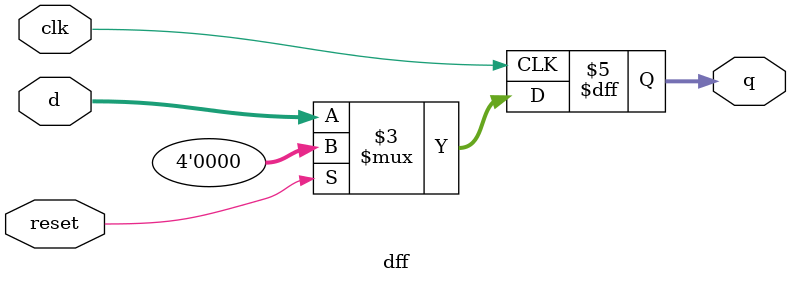
<source format=v>
module dff (
    input [3:0] d,
    input clk,
    input reset,
    output reg [3:0] q
);
    always @(posedge clk) begin
        if (reset) begin
            q <= 4'b0000;
        end else begin
            q <= d;
        end
    end
endmodule
</source>
